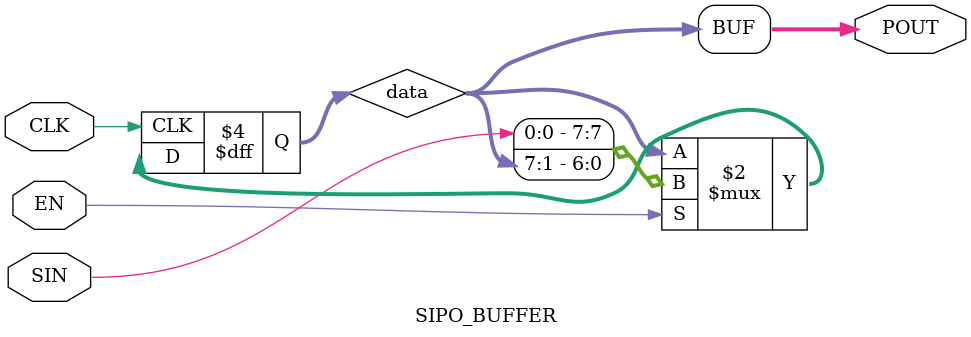
<source format=v>
`default_nettype none

module SIPO_BUFFER
#(
    parameter DEPTH = 8
)
(
    input wire              CLK,
    input wire              SIN,
    input wire              EN,
    output wire [DEPTH-1:0] POUT
);

    reg [DEPTH-1:0] data;

    // Shift toward right, serial data is shifted in LSB first
    always @(posedge CLK) begin
        if(EN) begin
            data <= { SIN, data[DEPTH-1:1] };
        end
    end

    // Parallel out!
    assign POUT = data;
endmodule

`default_nettype wire

</source>
